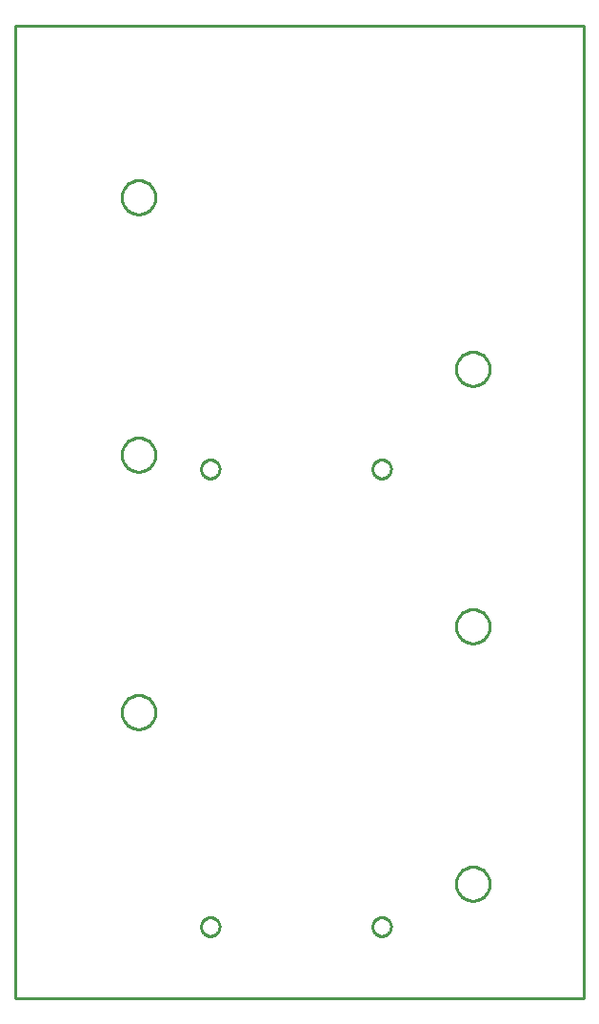
<source format=gbr>
G04 EAGLE Gerber X2 export*
%TF.Part,Single*%
%TF.FileFunction,Profile,NP*%
%TF.FilePolarity,Positive*%
%TF.GenerationSoftware,Autodesk,EAGLE,9.0.1*%
%TF.CreationDate,2018-07-05T12:19:16Z*%
G75*
%MOMM*%
%FSLAX34Y34*%
%LPD*%
%AMOC8*
5,1,8,0,0,1.08239X$1,22.5*%
G01*
%ADD10C,0.254000*%


D10*
X50800Y-25400D02*
X555500Y-25400D01*
X555500Y838100D01*
X50800Y838100D01*
X50800Y-25400D01*
X175020Y228064D02*
X174944Y226996D01*
X174791Y225935D01*
X174563Y224888D01*
X174261Y223860D01*
X173887Y222856D01*
X173442Y221881D01*
X172928Y220941D01*
X172349Y220040D01*
X171707Y219182D01*
X171005Y218372D01*
X170248Y217615D01*
X169438Y216913D01*
X168580Y216271D01*
X167679Y215692D01*
X166739Y215178D01*
X165764Y214733D01*
X164760Y214359D01*
X163732Y214057D01*
X162685Y213829D01*
X161624Y213676D01*
X160556Y213600D01*
X159484Y213600D01*
X158416Y213676D01*
X157355Y213829D01*
X156308Y214057D01*
X155280Y214359D01*
X154276Y214733D01*
X153301Y215178D01*
X152361Y215692D01*
X151460Y216271D01*
X150602Y216913D01*
X149792Y217615D01*
X149035Y218372D01*
X148333Y219182D01*
X147691Y220040D01*
X147112Y220941D01*
X146598Y221881D01*
X146153Y222856D01*
X145779Y223860D01*
X145477Y224888D01*
X145249Y225935D01*
X145096Y226996D01*
X145020Y228064D01*
X145020Y229136D01*
X145096Y230204D01*
X145249Y231265D01*
X145477Y232312D01*
X145779Y233340D01*
X146153Y234344D01*
X146598Y235319D01*
X147112Y236259D01*
X147691Y237160D01*
X148333Y238018D01*
X149035Y238828D01*
X149792Y239585D01*
X150602Y240287D01*
X151460Y240929D01*
X152361Y241508D01*
X153301Y242022D01*
X154276Y242467D01*
X155280Y242841D01*
X156308Y243143D01*
X157355Y243371D01*
X158416Y243524D01*
X159484Y243600D01*
X160556Y243600D01*
X161624Y243524D01*
X162685Y243371D01*
X163732Y243143D01*
X164760Y242841D01*
X165764Y242467D01*
X166739Y242022D01*
X167679Y241508D01*
X168580Y240929D01*
X169438Y240287D01*
X170248Y239585D01*
X171005Y238828D01*
X171707Y238018D01*
X172349Y237160D01*
X172928Y236259D01*
X173442Y235319D01*
X173887Y234344D01*
X174261Y233340D01*
X174563Y232312D01*
X174791Y231265D01*
X174944Y230204D01*
X175020Y229136D01*
X175020Y228064D01*
X472200Y75664D02*
X472124Y74596D01*
X471971Y73535D01*
X471743Y72488D01*
X471441Y71460D01*
X471067Y70456D01*
X470622Y69481D01*
X470108Y68541D01*
X469529Y67640D01*
X468887Y66782D01*
X468185Y65972D01*
X467428Y65215D01*
X466618Y64513D01*
X465760Y63871D01*
X464859Y63292D01*
X463919Y62778D01*
X462944Y62333D01*
X461940Y61959D01*
X460912Y61657D01*
X459865Y61429D01*
X458804Y61276D01*
X457736Y61200D01*
X456664Y61200D01*
X455596Y61276D01*
X454535Y61429D01*
X453488Y61657D01*
X452460Y61959D01*
X451456Y62333D01*
X450481Y62778D01*
X449541Y63292D01*
X448640Y63871D01*
X447782Y64513D01*
X446972Y65215D01*
X446215Y65972D01*
X445513Y66782D01*
X444871Y67640D01*
X444292Y68541D01*
X443778Y69481D01*
X443333Y70456D01*
X442959Y71460D01*
X442657Y72488D01*
X442429Y73535D01*
X442276Y74596D01*
X442200Y75664D01*
X442200Y76736D01*
X442276Y77804D01*
X442429Y78865D01*
X442657Y79912D01*
X442959Y80940D01*
X443333Y81944D01*
X443778Y82919D01*
X444292Y83859D01*
X444871Y84760D01*
X445513Y85618D01*
X446215Y86428D01*
X446972Y87185D01*
X447782Y87887D01*
X448640Y88529D01*
X449541Y89108D01*
X450481Y89622D01*
X451456Y90067D01*
X452460Y90441D01*
X453488Y90743D01*
X454535Y90971D01*
X455596Y91124D01*
X456664Y91200D01*
X457736Y91200D01*
X458804Y91124D01*
X459865Y90971D01*
X460912Y90743D01*
X461940Y90441D01*
X462944Y90067D01*
X463919Y89622D01*
X464859Y89108D01*
X465760Y88529D01*
X466618Y87887D01*
X467428Y87185D01*
X468185Y86428D01*
X468887Y85618D01*
X469529Y84760D01*
X470108Y83859D01*
X470622Y82919D01*
X471067Y81944D01*
X471441Y80940D01*
X471743Y79912D01*
X471971Y78865D01*
X472124Y77804D01*
X472200Y76736D01*
X472200Y75664D01*
X175020Y456664D02*
X174944Y455596D01*
X174791Y454535D01*
X174563Y453488D01*
X174261Y452460D01*
X173887Y451456D01*
X173442Y450481D01*
X172928Y449541D01*
X172349Y448640D01*
X171707Y447782D01*
X171005Y446972D01*
X170248Y446215D01*
X169438Y445513D01*
X168580Y444871D01*
X167679Y444292D01*
X166739Y443778D01*
X165764Y443333D01*
X164760Y442959D01*
X163732Y442657D01*
X162685Y442429D01*
X161624Y442276D01*
X160556Y442200D01*
X159484Y442200D01*
X158416Y442276D01*
X157355Y442429D01*
X156308Y442657D01*
X155280Y442959D01*
X154276Y443333D01*
X153301Y443778D01*
X152361Y444292D01*
X151460Y444871D01*
X150602Y445513D01*
X149792Y446215D01*
X149035Y446972D01*
X148333Y447782D01*
X147691Y448640D01*
X147112Y449541D01*
X146598Y450481D01*
X146153Y451456D01*
X145779Y452460D01*
X145477Y453488D01*
X145249Y454535D01*
X145096Y455596D01*
X145020Y456664D01*
X145020Y457736D01*
X145096Y458804D01*
X145249Y459865D01*
X145477Y460912D01*
X145779Y461940D01*
X146153Y462944D01*
X146598Y463919D01*
X147112Y464859D01*
X147691Y465760D01*
X148333Y466618D01*
X149035Y467428D01*
X149792Y468185D01*
X150602Y468887D01*
X151460Y469529D01*
X152361Y470108D01*
X153301Y470622D01*
X154276Y471067D01*
X155280Y471441D01*
X156308Y471743D01*
X157355Y471971D01*
X158416Y472124D01*
X159484Y472200D01*
X160556Y472200D01*
X161624Y472124D01*
X162685Y471971D01*
X163732Y471743D01*
X164760Y471441D01*
X165764Y471067D01*
X166739Y470622D01*
X167679Y470108D01*
X168580Y469529D01*
X169438Y468887D01*
X170248Y468185D01*
X171005Y467428D01*
X171707Y466618D01*
X172349Y465760D01*
X172928Y464859D01*
X173442Y463919D01*
X173887Y462944D01*
X174261Y461940D01*
X174563Y460912D01*
X174791Y459865D01*
X174944Y458804D01*
X175020Y457736D01*
X175020Y456664D01*
X472200Y304264D02*
X472124Y303196D01*
X471971Y302135D01*
X471743Y301088D01*
X471441Y300060D01*
X471067Y299056D01*
X470622Y298081D01*
X470108Y297141D01*
X469529Y296240D01*
X468887Y295382D01*
X468185Y294572D01*
X467428Y293815D01*
X466618Y293113D01*
X465760Y292471D01*
X464859Y291892D01*
X463919Y291378D01*
X462944Y290933D01*
X461940Y290559D01*
X460912Y290257D01*
X459865Y290029D01*
X458804Y289876D01*
X457736Y289800D01*
X456664Y289800D01*
X455596Y289876D01*
X454535Y290029D01*
X453488Y290257D01*
X452460Y290559D01*
X451456Y290933D01*
X450481Y291378D01*
X449541Y291892D01*
X448640Y292471D01*
X447782Y293113D01*
X446972Y293815D01*
X446215Y294572D01*
X445513Y295382D01*
X444871Y296240D01*
X444292Y297141D01*
X443778Y298081D01*
X443333Y299056D01*
X442959Y300060D01*
X442657Y301088D01*
X442429Y302135D01*
X442276Y303196D01*
X442200Y304264D01*
X442200Y305336D01*
X442276Y306404D01*
X442429Y307465D01*
X442657Y308512D01*
X442959Y309540D01*
X443333Y310544D01*
X443778Y311519D01*
X444292Y312459D01*
X444871Y313360D01*
X445513Y314218D01*
X446215Y315028D01*
X446972Y315785D01*
X447782Y316487D01*
X448640Y317129D01*
X449541Y317708D01*
X450481Y318222D01*
X451456Y318667D01*
X452460Y319041D01*
X453488Y319343D01*
X454535Y319571D01*
X455596Y319724D01*
X456664Y319800D01*
X457736Y319800D01*
X458804Y319724D01*
X459865Y319571D01*
X460912Y319343D01*
X461940Y319041D01*
X462944Y318667D01*
X463919Y318222D01*
X464859Y317708D01*
X465760Y317129D01*
X466618Y316487D01*
X467428Y315785D01*
X468185Y315028D01*
X468887Y314218D01*
X469529Y313360D01*
X470108Y312459D01*
X470622Y311519D01*
X471067Y310544D01*
X471441Y309540D01*
X471743Y308512D01*
X471971Y307465D01*
X472124Y306404D01*
X472200Y305336D01*
X472200Y304264D01*
X175020Y685264D02*
X174944Y684196D01*
X174791Y683135D01*
X174563Y682088D01*
X174261Y681060D01*
X173887Y680056D01*
X173442Y679081D01*
X172928Y678141D01*
X172349Y677240D01*
X171707Y676382D01*
X171005Y675572D01*
X170248Y674815D01*
X169438Y674113D01*
X168580Y673471D01*
X167679Y672892D01*
X166739Y672378D01*
X165764Y671933D01*
X164760Y671559D01*
X163732Y671257D01*
X162685Y671029D01*
X161624Y670876D01*
X160556Y670800D01*
X159484Y670800D01*
X158416Y670876D01*
X157355Y671029D01*
X156308Y671257D01*
X155280Y671559D01*
X154276Y671933D01*
X153301Y672378D01*
X152361Y672892D01*
X151460Y673471D01*
X150602Y674113D01*
X149792Y674815D01*
X149035Y675572D01*
X148333Y676382D01*
X147691Y677240D01*
X147112Y678141D01*
X146598Y679081D01*
X146153Y680056D01*
X145779Y681060D01*
X145477Y682088D01*
X145249Y683135D01*
X145096Y684196D01*
X145020Y685264D01*
X145020Y686336D01*
X145096Y687404D01*
X145249Y688465D01*
X145477Y689512D01*
X145779Y690540D01*
X146153Y691544D01*
X146598Y692519D01*
X147112Y693459D01*
X147691Y694360D01*
X148333Y695218D01*
X149035Y696028D01*
X149792Y696785D01*
X150602Y697487D01*
X151460Y698129D01*
X152361Y698708D01*
X153301Y699222D01*
X154276Y699667D01*
X155280Y700041D01*
X156308Y700343D01*
X157355Y700571D01*
X158416Y700724D01*
X159484Y700800D01*
X160556Y700800D01*
X161624Y700724D01*
X162685Y700571D01*
X163732Y700343D01*
X164760Y700041D01*
X165764Y699667D01*
X166739Y699222D01*
X167679Y698708D01*
X168580Y698129D01*
X169438Y697487D01*
X170248Y696785D01*
X171005Y696028D01*
X171707Y695218D01*
X172349Y694360D01*
X172928Y693459D01*
X173442Y692519D01*
X173887Y691544D01*
X174261Y690540D01*
X174563Y689512D01*
X174791Y688465D01*
X174944Y687404D01*
X175020Y686336D01*
X175020Y685264D01*
X472200Y532864D02*
X472124Y531796D01*
X471971Y530735D01*
X471743Y529688D01*
X471441Y528660D01*
X471067Y527656D01*
X470622Y526681D01*
X470108Y525741D01*
X469529Y524840D01*
X468887Y523982D01*
X468185Y523172D01*
X467428Y522415D01*
X466618Y521713D01*
X465760Y521071D01*
X464859Y520492D01*
X463919Y519978D01*
X462944Y519533D01*
X461940Y519159D01*
X460912Y518857D01*
X459865Y518629D01*
X458804Y518476D01*
X457736Y518400D01*
X456664Y518400D01*
X455596Y518476D01*
X454535Y518629D01*
X453488Y518857D01*
X452460Y519159D01*
X451456Y519533D01*
X450481Y519978D01*
X449541Y520492D01*
X448640Y521071D01*
X447782Y521713D01*
X446972Y522415D01*
X446215Y523172D01*
X445513Y523982D01*
X444871Y524840D01*
X444292Y525741D01*
X443778Y526681D01*
X443333Y527656D01*
X442959Y528660D01*
X442657Y529688D01*
X442429Y530735D01*
X442276Y531796D01*
X442200Y532864D01*
X442200Y533936D01*
X442276Y535004D01*
X442429Y536065D01*
X442657Y537112D01*
X442959Y538140D01*
X443333Y539144D01*
X443778Y540119D01*
X444292Y541059D01*
X444871Y541960D01*
X445513Y542818D01*
X446215Y543628D01*
X446972Y544385D01*
X447782Y545087D01*
X448640Y545729D01*
X449541Y546308D01*
X450481Y546822D01*
X451456Y547267D01*
X452460Y547641D01*
X453488Y547943D01*
X454535Y548171D01*
X455596Y548324D01*
X456664Y548400D01*
X457736Y548400D01*
X458804Y548324D01*
X459865Y548171D01*
X460912Y547943D01*
X461940Y547641D01*
X462944Y547267D01*
X463919Y546822D01*
X464859Y546308D01*
X465760Y545729D01*
X466618Y545087D01*
X467428Y544385D01*
X468185Y543628D01*
X468887Y542818D01*
X469529Y541960D01*
X470108Y541059D01*
X470622Y540119D01*
X471067Y539144D01*
X471441Y538140D01*
X471743Y537112D01*
X471971Y536065D01*
X472124Y535004D01*
X472200Y533936D01*
X472200Y532864D01*
X224186Y46355D02*
X224993Y46276D01*
X225788Y46117D01*
X226564Y45882D01*
X227314Y45571D01*
X228029Y45189D01*
X228703Y44738D01*
X229330Y44224D01*
X229904Y43650D01*
X230418Y43023D01*
X230869Y42349D01*
X231251Y41634D01*
X231562Y40884D01*
X231797Y40108D01*
X231956Y39313D01*
X232035Y38506D01*
X232035Y37694D01*
X231956Y36887D01*
X231797Y36092D01*
X231562Y35316D01*
X231251Y34566D01*
X230869Y33851D01*
X230418Y33177D01*
X229904Y32550D01*
X229330Y31976D01*
X228703Y31462D01*
X228029Y31011D01*
X227314Y30629D01*
X226564Y30318D01*
X225788Y30083D01*
X224993Y29925D01*
X224186Y29845D01*
X223374Y29845D01*
X222567Y29925D01*
X221772Y30083D01*
X220996Y30318D01*
X220246Y30629D01*
X219531Y31011D01*
X218857Y31462D01*
X218230Y31976D01*
X217656Y32550D01*
X217142Y33177D01*
X216691Y33851D01*
X216309Y34566D01*
X215998Y35316D01*
X215763Y36092D01*
X215605Y36887D01*
X215525Y37694D01*
X215525Y38506D01*
X215605Y39313D01*
X215763Y40108D01*
X215998Y40884D01*
X216309Y41634D01*
X216691Y42349D01*
X217142Y43023D01*
X217656Y43650D01*
X218230Y44224D01*
X218857Y44738D01*
X219531Y45189D01*
X220246Y45571D01*
X220996Y45882D01*
X221772Y46117D01*
X222567Y46276D01*
X223374Y46355D01*
X224186Y46355D01*
X376586Y46355D02*
X377393Y46276D01*
X378188Y46117D01*
X378964Y45882D01*
X379714Y45571D01*
X380429Y45189D01*
X381103Y44738D01*
X381730Y44224D01*
X382304Y43650D01*
X382818Y43023D01*
X383269Y42349D01*
X383651Y41634D01*
X383962Y40884D01*
X384197Y40108D01*
X384356Y39313D01*
X384435Y38506D01*
X384435Y37694D01*
X384356Y36887D01*
X384197Y36092D01*
X383962Y35316D01*
X383651Y34566D01*
X383269Y33851D01*
X382818Y33177D01*
X382304Y32550D01*
X381730Y31976D01*
X381103Y31462D01*
X380429Y31011D01*
X379714Y30629D01*
X378964Y30318D01*
X378188Y30083D01*
X377393Y29925D01*
X376586Y29845D01*
X375774Y29845D01*
X374967Y29925D01*
X374172Y30083D01*
X373396Y30318D01*
X372646Y30629D01*
X371931Y31011D01*
X371257Y31462D01*
X370630Y31976D01*
X370056Y32550D01*
X369542Y33177D01*
X369091Y33851D01*
X368709Y34566D01*
X368398Y35316D01*
X368163Y36092D01*
X368005Y36887D01*
X367925Y37694D01*
X367925Y38506D01*
X368005Y39313D01*
X368163Y40108D01*
X368398Y40884D01*
X368709Y41634D01*
X369091Y42349D01*
X369542Y43023D01*
X370056Y43650D01*
X370630Y44224D01*
X371257Y44738D01*
X371931Y45189D01*
X372646Y45571D01*
X373396Y45882D01*
X374172Y46117D01*
X374967Y46276D01*
X375774Y46355D01*
X376586Y46355D01*
X376586Y452755D02*
X377393Y452676D01*
X378188Y452517D01*
X378964Y452282D01*
X379714Y451971D01*
X380429Y451589D01*
X381103Y451138D01*
X381730Y450624D01*
X382304Y450050D01*
X382818Y449423D01*
X383269Y448749D01*
X383651Y448034D01*
X383962Y447284D01*
X384197Y446508D01*
X384356Y445713D01*
X384435Y444906D01*
X384435Y444094D01*
X384356Y443287D01*
X384197Y442492D01*
X383962Y441716D01*
X383651Y440966D01*
X383269Y440251D01*
X382818Y439577D01*
X382304Y438950D01*
X381730Y438376D01*
X381103Y437862D01*
X380429Y437411D01*
X379714Y437029D01*
X378964Y436718D01*
X378188Y436483D01*
X377393Y436325D01*
X376586Y436245D01*
X375774Y436245D01*
X374967Y436325D01*
X374172Y436483D01*
X373396Y436718D01*
X372646Y437029D01*
X371931Y437411D01*
X371257Y437862D01*
X370630Y438376D01*
X370056Y438950D01*
X369542Y439577D01*
X369091Y440251D01*
X368709Y440966D01*
X368398Y441716D01*
X368163Y442492D01*
X368005Y443287D01*
X367925Y444094D01*
X367925Y444906D01*
X368005Y445713D01*
X368163Y446508D01*
X368398Y447284D01*
X368709Y448034D01*
X369091Y448749D01*
X369542Y449423D01*
X370056Y450050D01*
X370630Y450624D01*
X371257Y451138D01*
X371931Y451589D01*
X372646Y451971D01*
X373396Y452282D01*
X374172Y452517D01*
X374967Y452676D01*
X375774Y452755D01*
X376586Y452755D01*
X224186Y452755D02*
X224993Y452676D01*
X225788Y452517D01*
X226564Y452282D01*
X227314Y451971D01*
X228029Y451589D01*
X228703Y451138D01*
X229330Y450624D01*
X229904Y450050D01*
X230418Y449423D01*
X230869Y448749D01*
X231251Y448034D01*
X231562Y447284D01*
X231797Y446508D01*
X231956Y445713D01*
X232035Y444906D01*
X232035Y444094D01*
X231956Y443287D01*
X231797Y442492D01*
X231562Y441716D01*
X231251Y440966D01*
X230869Y440251D01*
X230418Y439577D01*
X229904Y438950D01*
X229330Y438376D01*
X228703Y437862D01*
X228029Y437411D01*
X227314Y437029D01*
X226564Y436718D01*
X225788Y436483D01*
X224993Y436325D01*
X224186Y436245D01*
X223374Y436245D01*
X222567Y436325D01*
X221772Y436483D01*
X220996Y436718D01*
X220246Y437029D01*
X219531Y437411D01*
X218857Y437862D01*
X218230Y438376D01*
X217656Y438950D01*
X217142Y439577D01*
X216691Y440251D01*
X216309Y440966D01*
X215998Y441716D01*
X215763Y442492D01*
X215605Y443287D01*
X215525Y444094D01*
X215525Y444906D01*
X215605Y445713D01*
X215763Y446508D01*
X215998Y447284D01*
X216309Y448034D01*
X216691Y448749D01*
X217142Y449423D01*
X217656Y450050D01*
X218230Y450624D01*
X218857Y451138D01*
X219531Y451589D01*
X220246Y451971D01*
X220996Y452282D01*
X221772Y452517D01*
X222567Y452676D01*
X223374Y452755D01*
X224186Y452755D01*
M02*

</source>
